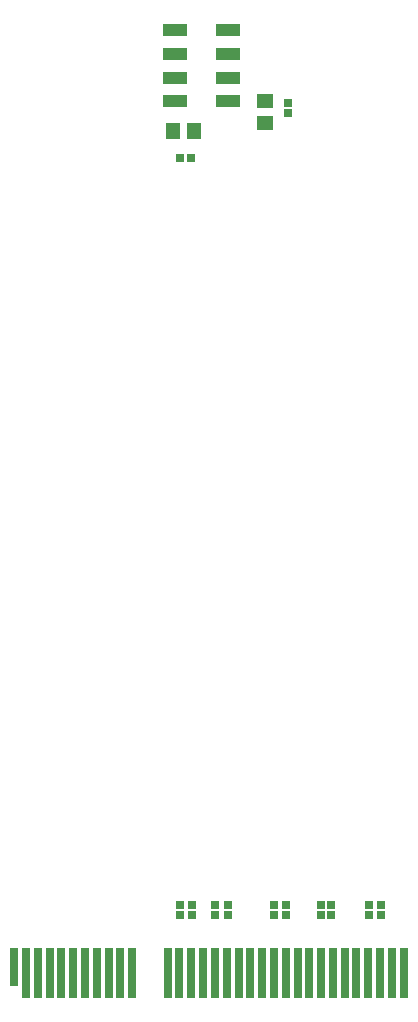
<source format=gbp>
%FSTAX23Y23*%
%MOIN*%
%SFA1B1*%

%IPPOS*%
%ADD50R,0.028000X0.165000*%
%ADD51R,0.028000X0.126000*%
%ADD62R,0.057090X0.045280*%
%ADD64R,0.025200X0.026770*%
%ADD71R,0.045280X0.057090*%
%ADD72R,0.026770X0.025200*%
%ADD77R,0.082870X0.044090*%
%LNgrandmaster-1*%
%LPD*%
G54D50*
X01915Y00137D03*
X02545D03*
X02624D03*
X02899D03*
X03057D03*
X02742D03*
X02938D03*
X02781D03*
X02309D03*
X02427D03*
X02584D03*
X02072D03*
X02033D03*
X01994D03*
X01954D03*
X0219D03*
X02348D03*
X02387D03*
X02466D03*
X02505D03*
X0282D03*
X02663D03*
X0286D03*
X02978D03*
X03017D03*
X02702D03*
X02112D03*
X02151D03*
X01836D03*
X01875D03*
X03096D03*
G54D51*
X01797Y00157D03*
G54D62*
X02632Y02971D03*
Y03042D03*
G54D64*
X02349Y00329D03*
Y00362D03*
X02389D03*
Y00329D03*
X02468D03*
Y00362D03*
X02511D03*
Y00329D03*
X02664Y00362D03*
Y00329D03*
X02704Y00362D03*
Y00329D03*
X02819Y00362D03*
Y00329D03*
X02854D03*
Y00362D03*
X02979D03*
Y00329D03*
X03019Y00362D03*
Y00329D03*
X02711Y03003D03*
Y03036D03*
G54D71*
X02398Y02944D03*
X02327D03*
G54D72*
X02385Y02854D03*
X02351D03*
G54D77*
X02334Y03279D03*
Y032D03*
Y03121D03*
Y03042D03*
X02509Y03279D03*
Y03121D03*
Y032D03*
Y03042D03*
M02*
</source>
